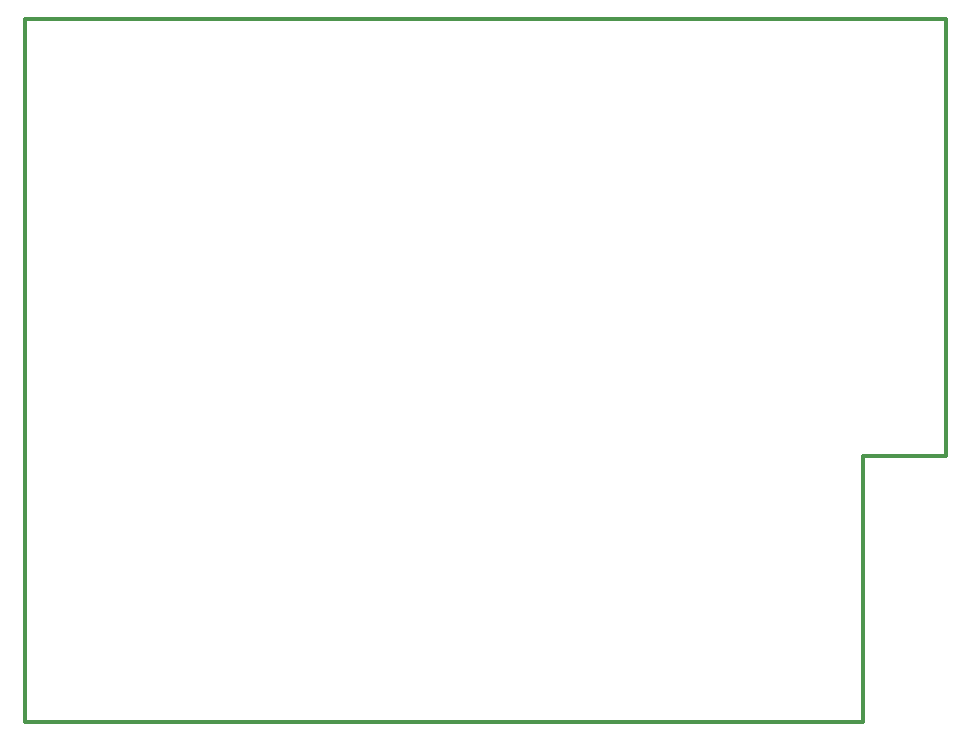
<source format=gko>
G04*
G04 #@! TF.GenerationSoftware,Altium Limited,Altium Designer,23.1.1 (15)*
G04*
G04 Layer_Color=16711935*
%FSTAX24Y24*%
%MOIN*%
G70*
G04*
G04 #@! TF.SameCoordinates,744591E9-B7FF-4256-B3DA-537CD40D5A87*
G04*
G04*
G04 #@! TF.FilePolarity,Positive*
G04*
G01*
G75*
%ADD21C,0.0118*%
D21*
X116535Y070669D02*
X116535Y047244D01*
X116535Y070669D02*
X147244D01*
Y056102D02*
Y070669D01*
X144488Y056102D02*
X147244D01*
X144488Y047244D02*
Y056102D01*
X116535Y047244D02*
X144488D01*
M02*

</source>
